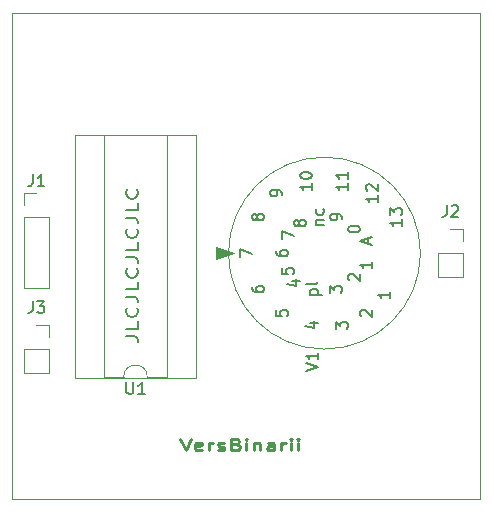
<source format=gbr>
%TF.GenerationSoftware,KiCad,Pcbnew,5.1.9*%
%TF.CreationDate,2021-03-09T01:37:29+01:00*%
%TF.ProjectId,nixie_stand,6e697869-655f-4737-9461-6e642e6b6963,rev?*%
%TF.SameCoordinates,Original*%
%TF.FileFunction,Legend,Top*%
%TF.FilePolarity,Positive*%
%FSLAX46Y46*%
G04 Gerber Fmt 4.6, Leading zero omitted, Abs format (unit mm)*
G04 Created by KiCad (PCBNEW 5.1.9) date 2021-03-09 01:37:29*
%MOMM*%
%LPD*%
G01*
G04 APERTURE LIST*
%ADD10C,0.150000*%
%ADD11C,0.250000*%
%ADD12C,0.120000*%
%ADD13C,0.100000*%
G04 APERTURE END LIST*
D10*
X80732380Y-67980761D02*
X81446666Y-67980761D01*
X81589523Y-68042666D01*
X81684761Y-68166476D01*
X81732380Y-68352190D01*
X81732380Y-68476000D01*
X81732380Y-66742666D02*
X81732380Y-67361714D01*
X80732380Y-67361714D01*
X81637142Y-65566476D02*
X81684761Y-65628380D01*
X81732380Y-65814095D01*
X81732380Y-65937904D01*
X81684761Y-66123619D01*
X81589523Y-66247428D01*
X81494285Y-66309333D01*
X81303809Y-66371238D01*
X81160952Y-66371238D01*
X80970476Y-66309333D01*
X80875238Y-66247428D01*
X80780000Y-66123619D01*
X80732380Y-65937904D01*
X80732380Y-65814095D01*
X80780000Y-65628380D01*
X80827619Y-65566476D01*
X80732380Y-64637904D02*
X81446666Y-64637904D01*
X81589523Y-64699809D01*
X81684761Y-64823619D01*
X81732380Y-65009333D01*
X81732380Y-65133142D01*
X81732380Y-63399809D02*
X81732380Y-64018857D01*
X80732380Y-64018857D01*
X81637142Y-62223619D02*
X81684761Y-62285523D01*
X81732380Y-62471238D01*
X81732380Y-62595047D01*
X81684761Y-62780761D01*
X81589523Y-62904571D01*
X81494285Y-62966476D01*
X81303809Y-63028380D01*
X81160952Y-63028380D01*
X80970476Y-62966476D01*
X80875238Y-62904571D01*
X80780000Y-62780761D01*
X80732380Y-62595047D01*
X80732380Y-62471238D01*
X80780000Y-62285523D01*
X80827619Y-62223619D01*
X80732380Y-61295047D02*
X81446666Y-61295047D01*
X81589523Y-61356952D01*
X81684761Y-61480761D01*
X81732380Y-61666476D01*
X81732380Y-61790285D01*
X81732380Y-60056952D02*
X81732380Y-60676000D01*
X80732380Y-60676000D01*
X81637142Y-58880761D02*
X81684761Y-58942666D01*
X81732380Y-59128380D01*
X81732380Y-59252190D01*
X81684761Y-59437904D01*
X81589523Y-59561714D01*
X81494285Y-59623619D01*
X81303809Y-59685523D01*
X81160952Y-59685523D01*
X80970476Y-59623619D01*
X80875238Y-59561714D01*
X80780000Y-59437904D01*
X80732380Y-59252190D01*
X80732380Y-59128380D01*
X80780000Y-58942666D01*
X80827619Y-58880761D01*
X80732380Y-57952190D02*
X81446666Y-57952190D01*
X81589523Y-58014095D01*
X81684761Y-58137904D01*
X81732380Y-58323619D01*
X81732380Y-58447428D01*
X81732380Y-56714095D02*
X81732380Y-57333142D01*
X80732380Y-57333142D01*
X81637142Y-55537904D02*
X81684761Y-55599809D01*
X81732380Y-55785523D01*
X81732380Y-55909333D01*
X81684761Y-56095047D01*
X81589523Y-56218857D01*
X81494285Y-56280761D01*
X81303809Y-56342666D01*
X81160952Y-56342666D01*
X80970476Y-56280761D01*
X80875238Y-56218857D01*
X80780000Y-56095047D01*
X80732380Y-55909333D01*
X80732380Y-55785523D01*
X80780000Y-55599809D01*
X80827619Y-55537904D01*
D11*
X85347809Y-76668380D02*
X85781142Y-77668380D01*
X86214476Y-76668380D01*
X87143047Y-77620761D02*
X87019238Y-77668380D01*
X86771619Y-77668380D01*
X86647809Y-77620761D01*
X86585904Y-77525523D01*
X86585904Y-77144571D01*
X86647809Y-77049333D01*
X86771619Y-77001714D01*
X87019238Y-77001714D01*
X87143047Y-77049333D01*
X87204952Y-77144571D01*
X87204952Y-77239809D01*
X86585904Y-77335047D01*
X87762095Y-77668380D02*
X87762095Y-77001714D01*
X87762095Y-77192190D02*
X87824000Y-77096952D01*
X87885904Y-77049333D01*
X88009714Y-77001714D01*
X88133523Y-77001714D01*
X88504952Y-77620761D02*
X88628761Y-77668380D01*
X88876380Y-77668380D01*
X89000190Y-77620761D01*
X89062095Y-77525523D01*
X89062095Y-77477904D01*
X89000190Y-77382666D01*
X88876380Y-77335047D01*
X88690666Y-77335047D01*
X88566857Y-77287428D01*
X88504952Y-77192190D01*
X88504952Y-77144571D01*
X88566857Y-77049333D01*
X88690666Y-77001714D01*
X88876380Y-77001714D01*
X89000190Y-77049333D01*
X90052571Y-77144571D02*
X90238285Y-77192190D01*
X90300190Y-77239809D01*
X90362095Y-77335047D01*
X90362095Y-77477904D01*
X90300190Y-77573142D01*
X90238285Y-77620761D01*
X90114476Y-77668380D01*
X89619238Y-77668380D01*
X89619238Y-76668380D01*
X90052571Y-76668380D01*
X90176380Y-76716000D01*
X90238285Y-76763619D01*
X90300190Y-76858857D01*
X90300190Y-76954095D01*
X90238285Y-77049333D01*
X90176380Y-77096952D01*
X90052571Y-77144571D01*
X89619238Y-77144571D01*
X90919238Y-77668380D02*
X90919238Y-77001714D01*
X90919238Y-76668380D02*
X90857333Y-76716000D01*
X90919238Y-76763619D01*
X90981142Y-76716000D01*
X90919238Y-76668380D01*
X90919238Y-76763619D01*
X91538285Y-77001714D02*
X91538285Y-77668380D01*
X91538285Y-77096952D02*
X91600190Y-77049333D01*
X91724000Y-77001714D01*
X91909714Y-77001714D01*
X92033523Y-77049333D01*
X92095428Y-77144571D01*
X92095428Y-77668380D01*
X93271619Y-77668380D02*
X93271619Y-77144571D01*
X93209714Y-77049333D01*
X93085904Y-77001714D01*
X92838285Y-77001714D01*
X92714476Y-77049333D01*
X93271619Y-77620761D02*
X93147809Y-77668380D01*
X92838285Y-77668380D01*
X92714476Y-77620761D01*
X92652571Y-77525523D01*
X92652571Y-77430285D01*
X92714476Y-77335047D01*
X92838285Y-77287428D01*
X93147809Y-77287428D01*
X93271619Y-77239809D01*
X93890666Y-77668380D02*
X93890666Y-77001714D01*
X93890666Y-77192190D02*
X93952571Y-77096952D01*
X94014476Y-77049333D01*
X94138285Y-77001714D01*
X94262095Y-77001714D01*
X94695428Y-77668380D02*
X94695428Y-77001714D01*
X94695428Y-76668380D02*
X94633523Y-76716000D01*
X94695428Y-76763619D01*
X94757333Y-76716000D01*
X94695428Y-76668380D01*
X94695428Y-76763619D01*
X95314476Y-77668380D02*
X95314476Y-77001714D01*
X95314476Y-76668380D02*
X95252571Y-76716000D01*
X95314476Y-76763619D01*
X95376380Y-76716000D01*
X95314476Y-76668380D01*
X95314476Y-76763619D01*
D12*
X71120000Y-81788000D02*
X71120000Y-40640000D01*
X110744000Y-81788000D02*
X71120000Y-81788000D01*
X110744000Y-40640000D02*
X110744000Y-81788000D01*
X71120000Y-40640000D02*
X110744000Y-40640000D01*
%TO.C,U1*%
X80534000Y-71434000D02*
G75*
G02*
X82534000Y-71434000I1000000J0D01*
G01*
X82534000Y-71434000D02*
X84184000Y-71434000D01*
X84184000Y-71434000D02*
X84184000Y-50994000D01*
X84184000Y-50994000D02*
X78884000Y-50994000D01*
X78884000Y-50994000D02*
X78884000Y-71434000D01*
X78884000Y-71434000D02*
X80534000Y-71434000D01*
X86674000Y-71494000D02*
X86674000Y-50934000D01*
X86674000Y-50934000D02*
X76394000Y-50934000D01*
X76394000Y-50934000D02*
X76394000Y-71494000D01*
X76394000Y-71494000D02*
X86674000Y-71494000D01*
%TO.C,J3*%
X72092000Y-69072000D02*
X74212000Y-69072000D01*
X72092000Y-69072000D02*
X72092000Y-71132000D01*
X72092000Y-71132000D02*
X74212000Y-71132000D01*
X74212000Y-69072000D02*
X74212000Y-71132000D01*
X74212000Y-67012000D02*
X74212000Y-68072000D01*
X73152000Y-67012000D02*
X74212000Y-67012000D01*
%TO.C,J2*%
X107144000Y-60944000D02*
X109264000Y-60944000D01*
X107144000Y-60944000D02*
X107144000Y-63004000D01*
X107144000Y-63004000D02*
X109264000Y-63004000D01*
X109264000Y-60944000D02*
X109264000Y-63004000D01*
X109264000Y-58884000D02*
X109264000Y-59944000D01*
X108204000Y-58884000D02*
X109264000Y-58884000D01*
%TO.C,V1*%
X105664000Y-60960000D02*
G75*
G03*
X105664000Y-60960000I-8128000J0D01*
G01*
D13*
G36*
X89916000Y-60960000D02*
G01*
X88392000Y-61468000D01*
X88392000Y-60452000D01*
X89916000Y-60960000D01*
G37*
X89916000Y-60960000D02*
X88392000Y-61468000D01*
X88392000Y-60452000D01*
X89916000Y-60960000D01*
D12*
%TO.C,J1*%
X72092000Y-63956000D02*
X74212000Y-63956000D01*
X72092000Y-57896000D02*
X72092000Y-63956000D01*
X74212000Y-57896000D02*
X74212000Y-63956000D01*
X72092000Y-57896000D02*
X74212000Y-57896000D01*
X72092000Y-56896000D02*
X72092000Y-55836000D01*
X72092000Y-55836000D02*
X73152000Y-55836000D01*
%TO.C,U1*%
D10*
X80772095Y-71886380D02*
X80772095Y-72695904D01*
X80819714Y-72791142D01*
X80867333Y-72838761D01*
X80962571Y-72886380D01*
X81153047Y-72886380D01*
X81248285Y-72838761D01*
X81295904Y-72791142D01*
X81343523Y-72695904D01*
X81343523Y-71886380D01*
X82343523Y-72886380D02*
X81772095Y-72886380D01*
X82057809Y-72886380D02*
X82057809Y-71886380D01*
X81962571Y-72029238D01*
X81867333Y-72124476D01*
X81772095Y-72172095D01*
%TO.C,J3*%
X72818666Y-65024380D02*
X72818666Y-65738666D01*
X72771047Y-65881523D01*
X72675809Y-65976761D01*
X72532952Y-66024380D01*
X72437714Y-66024380D01*
X73199619Y-65024380D02*
X73818666Y-65024380D01*
X73485333Y-65405333D01*
X73628190Y-65405333D01*
X73723428Y-65452952D01*
X73771047Y-65500571D01*
X73818666Y-65595809D01*
X73818666Y-65833904D01*
X73771047Y-65929142D01*
X73723428Y-65976761D01*
X73628190Y-66024380D01*
X73342476Y-66024380D01*
X73247238Y-65976761D01*
X73199619Y-65929142D01*
%TO.C,J2*%
X107870666Y-56896380D02*
X107870666Y-57610666D01*
X107823047Y-57753523D01*
X107727809Y-57848761D01*
X107584952Y-57896380D01*
X107489714Y-57896380D01*
X108299238Y-56991619D02*
X108346857Y-56944000D01*
X108442095Y-56896380D01*
X108680190Y-56896380D01*
X108775428Y-56944000D01*
X108823047Y-56991619D01*
X108870666Y-57086857D01*
X108870666Y-57182095D01*
X108823047Y-57324952D01*
X108251619Y-57896380D01*
X108870666Y-57896380D01*
%TO.C,V1*%
X95972380Y-70913523D02*
X96972380Y-70580190D01*
X95972380Y-70246857D01*
X96972380Y-69389714D02*
X96972380Y-69961142D01*
X96972380Y-69675428D02*
X95972380Y-69675428D01*
X96115238Y-69770666D01*
X96210476Y-69865904D01*
X96258095Y-69961142D01*
X101258666Y-60182095D02*
X101258666Y-59705904D01*
X101544380Y-60277333D02*
X100544380Y-59944000D01*
X101544380Y-59610666D01*
X99528380Y-58975619D02*
X99528380Y-58880380D01*
X99576000Y-58785142D01*
X99623619Y-58737523D01*
X99718857Y-58689904D01*
X99909333Y-58642285D01*
X100147428Y-58642285D01*
X100337904Y-58689904D01*
X100433142Y-58737523D01*
X100480761Y-58785142D01*
X100528380Y-58880380D01*
X100528380Y-58975619D01*
X100480761Y-59070857D01*
X100433142Y-59118476D01*
X100337904Y-59166095D01*
X100147428Y-59213714D01*
X99909333Y-59213714D01*
X99718857Y-59166095D01*
X99623619Y-59118476D01*
X99576000Y-59070857D01*
X99528380Y-58975619D01*
X99004380Y-58102476D02*
X99004380Y-57912000D01*
X98956761Y-57816761D01*
X98909142Y-57769142D01*
X98766285Y-57673904D01*
X98575809Y-57626285D01*
X98194857Y-57626285D01*
X98099619Y-57673904D01*
X98052000Y-57721523D01*
X98004380Y-57816761D01*
X98004380Y-58007238D01*
X98052000Y-58102476D01*
X98099619Y-58150095D01*
X98194857Y-58197714D01*
X98432952Y-58197714D01*
X98528190Y-58150095D01*
X98575809Y-58102476D01*
X98623428Y-58007238D01*
X98623428Y-57816761D01*
X98575809Y-57721523D01*
X98528190Y-57673904D01*
X98432952Y-57626285D01*
X96813714Y-58554857D02*
X97480380Y-58554857D01*
X96908952Y-58554857D02*
X96861333Y-58507238D01*
X96813714Y-58412000D01*
X96813714Y-58269142D01*
X96861333Y-58173904D01*
X96956571Y-58126285D01*
X97480380Y-58126285D01*
X97432761Y-57221523D02*
X97480380Y-57316761D01*
X97480380Y-57507238D01*
X97432761Y-57602476D01*
X97385142Y-57650095D01*
X97289904Y-57697714D01*
X97004190Y-57697714D01*
X96908952Y-57650095D01*
X96861333Y-57602476D01*
X96813714Y-57507238D01*
X96813714Y-57316761D01*
X96861333Y-57221523D01*
X95384952Y-58515238D02*
X95337333Y-58610476D01*
X95289714Y-58658095D01*
X95194476Y-58705714D01*
X95146857Y-58705714D01*
X95051619Y-58658095D01*
X95004000Y-58610476D01*
X94956380Y-58515238D01*
X94956380Y-58324761D01*
X95004000Y-58229523D01*
X95051619Y-58181904D01*
X95146857Y-58134285D01*
X95194476Y-58134285D01*
X95289714Y-58181904D01*
X95337333Y-58229523D01*
X95384952Y-58324761D01*
X95384952Y-58515238D01*
X95432571Y-58610476D01*
X95480190Y-58658095D01*
X95575428Y-58705714D01*
X95765904Y-58705714D01*
X95861142Y-58658095D01*
X95908761Y-58610476D01*
X95956380Y-58515238D01*
X95956380Y-58324761D01*
X95908761Y-58229523D01*
X95861142Y-58181904D01*
X95765904Y-58134285D01*
X95575428Y-58134285D01*
X95480190Y-58181904D01*
X95432571Y-58229523D01*
X95384952Y-58324761D01*
X93940380Y-59769333D02*
X93940380Y-59102666D01*
X94940380Y-59531238D01*
X93432380Y-60769523D02*
X93432380Y-60960000D01*
X93480000Y-61055238D01*
X93527619Y-61102857D01*
X93670476Y-61198095D01*
X93860952Y-61245714D01*
X94241904Y-61245714D01*
X94337142Y-61198095D01*
X94384761Y-61150476D01*
X94432380Y-61055238D01*
X94432380Y-60864761D01*
X94384761Y-60769523D01*
X94337142Y-60721904D01*
X94241904Y-60674285D01*
X94003809Y-60674285D01*
X93908571Y-60721904D01*
X93860952Y-60769523D01*
X93813333Y-60864761D01*
X93813333Y-61055238D01*
X93860952Y-61150476D01*
X93908571Y-61198095D01*
X94003809Y-61245714D01*
X93940380Y-62245904D02*
X93940380Y-62722095D01*
X94416571Y-62769714D01*
X94368952Y-62722095D01*
X94321333Y-62626857D01*
X94321333Y-62388761D01*
X94368952Y-62293523D01*
X94416571Y-62245904D01*
X94511809Y-62198285D01*
X94749904Y-62198285D01*
X94845142Y-62245904D01*
X94892761Y-62293523D01*
X94940380Y-62388761D01*
X94940380Y-62626857D01*
X94892761Y-62722095D01*
X94845142Y-62769714D01*
X94781714Y-63309523D02*
X95448380Y-63309523D01*
X94400761Y-63547619D02*
X95115047Y-63785714D01*
X95115047Y-63166666D01*
X96305714Y-64484190D02*
X97305714Y-64484190D01*
X96353333Y-64484190D02*
X96305714Y-64388952D01*
X96305714Y-64198476D01*
X96353333Y-64103238D01*
X96400952Y-64055619D01*
X96496190Y-64008000D01*
X96781904Y-64008000D01*
X96877142Y-64055619D01*
X96924761Y-64103238D01*
X96972380Y-64198476D01*
X96972380Y-64388952D01*
X96924761Y-64484190D01*
X96972380Y-63436571D02*
X96924761Y-63531809D01*
X96829523Y-63579428D01*
X95972380Y-63579428D01*
X98004380Y-64341333D02*
X98004380Y-63722285D01*
X98385333Y-64055619D01*
X98385333Y-63912761D01*
X98432952Y-63817523D01*
X98480571Y-63769904D01*
X98575809Y-63722285D01*
X98813904Y-63722285D01*
X98909142Y-63769904D01*
X98956761Y-63817523D01*
X99004380Y-63912761D01*
X99004380Y-64198476D01*
X98956761Y-64293714D01*
X98909142Y-64341333D01*
X99623619Y-63277714D02*
X99576000Y-63230095D01*
X99528380Y-63134857D01*
X99528380Y-62896761D01*
X99576000Y-62801523D01*
X99623619Y-62753904D01*
X99718857Y-62706285D01*
X99814095Y-62706285D01*
X99956952Y-62753904D01*
X100528380Y-63325333D01*
X100528380Y-62706285D01*
X101544380Y-61690285D02*
X101544380Y-62261714D01*
X101544380Y-61976000D02*
X100544380Y-61976000D01*
X100687238Y-62071238D01*
X100782476Y-62166476D01*
X100830095Y-62261714D01*
X104084380Y-58102476D02*
X104084380Y-58673904D01*
X104084380Y-58388190D02*
X103084380Y-58388190D01*
X103227238Y-58483428D01*
X103322476Y-58578666D01*
X103370095Y-58673904D01*
X103084380Y-57769142D02*
X103084380Y-57150095D01*
X103465333Y-57483428D01*
X103465333Y-57340571D01*
X103512952Y-57245333D01*
X103560571Y-57197714D01*
X103655809Y-57150095D01*
X103893904Y-57150095D01*
X103989142Y-57197714D01*
X104036761Y-57245333D01*
X104084380Y-57340571D01*
X104084380Y-57626285D01*
X104036761Y-57721523D01*
X103989142Y-57769142D01*
X102052380Y-56070476D02*
X102052380Y-56641904D01*
X102052380Y-56356190D02*
X101052380Y-56356190D01*
X101195238Y-56451428D01*
X101290476Y-56546666D01*
X101338095Y-56641904D01*
X101147619Y-55689523D02*
X101100000Y-55641904D01*
X101052380Y-55546666D01*
X101052380Y-55308571D01*
X101100000Y-55213333D01*
X101147619Y-55165714D01*
X101242857Y-55118095D01*
X101338095Y-55118095D01*
X101480952Y-55165714D01*
X102052380Y-55737142D01*
X102052380Y-55118095D01*
X99512380Y-55054476D02*
X99512380Y-55625904D01*
X99512380Y-55340190D02*
X98512380Y-55340190D01*
X98655238Y-55435428D01*
X98750476Y-55530666D01*
X98798095Y-55625904D01*
X99512380Y-54102095D02*
X99512380Y-54673523D01*
X99512380Y-54387809D02*
X98512380Y-54387809D01*
X98655238Y-54483047D01*
X98750476Y-54578285D01*
X98798095Y-54673523D01*
X96464380Y-55054476D02*
X96464380Y-55625904D01*
X96464380Y-55340190D02*
X95464380Y-55340190D01*
X95607238Y-55435428D01*
X95702476Y-55530666D01*
X95750095Y-55625904D01*
X95464380Y-54435428D02*
X95464380Y-54340190D01*
X95512000Y-54244952D01*
X95559619Y-54197333D01*
X95654857Y-54149714D01*
X95845333Y-54102095D01*
X96083428Y-54102095D01*
X96273904Y-54149714D01*
X96369142Y-54197333D01*
X96416761Y-54244952D01*
X96464380Y-54340190D01*
X96464380Y-54435428D01*
X96416761Y-54530666D01*
X96369142Y-54578285D01*
X96273904Y-54625904D01*
X96083428Y-54673523D01*
X95845333Y-54673523D01*
X95654857Y-54625904D01*
X95559619Y-54578285D01*
X95512000Y-54530666D01*
X95464380Y-54435428D01*
X93924380Y-56070476D02*
X93924380Y-55880000D01*
X93876761Y-55784761D01*
X93829142Y-55737142D01*
X93686285Y-55641904D01*
X93495809Y-55594285D01*
X93114857Y-55594285D01*
X93019619Y-55641904D01*
X92972000Y-55689523D01*
X92924380Y-55784761D01*
X92924380Y-55975238D01*
X92972000Y-56070476D01*
X93019619Y-56118095D01*
X93114857Y-56165714D01*
X93352952Y-56165714D01*
X93448190Y-56118095D01*
X93495809Y-56070476D01*
X93543428Y-55975238D01*
X93543428Y-55784761D01*
X93495809Y-55689523D01*
X93448190Y-55641904D01*
X93352952Y-55594285D01*
X91828952Y-58007238D02*
X91781333Y-58102476D01*
X91733714Y-58150095D01*
X91638476Y-58197714D01*
X91590857Y-58197714D01*
X91495619Y-58150095D01*
X91448000Y-58102476D01*
X91400380Y-58007238D01*
X91400380Y-57816761D01*
X91448000Y-57721523D01*
X91495619Y-57673904D01*
X91590857Y-57626285D01*
X91638476Y-57626285D01*
X91733714Y-57673904D01*
X91781333Y-57721523D01*
X91828952Y-57816761D01*
X91828952Y-58007238D01*
X91876571Y-58102476D01*
X91924190Y-58150095D01*
X92019428Y-58197714D01*
X92209904Y-58197714D01*
X92305142Y-58150095D01*
X92352761Y-58102476D01*
X92400380Y-58007238D01*
X92400380Y-57816761D01*
X92352761Y-57721523D01*
X92305142Y-57673904D01*
X92209904Y-57626285D01*
X92019428Y-57626285D01*
X91924190Y-57673904D01*
X91876571Y-57721523D01*
X91828952Y-57816761D01*
X90384380Y-61293333D02*
X90384380Y-60626666D01*
X91384380Y-61055238D01*
X91400380Y-63817523D02*
X91400380Y-64008000D01*
X91448000Y-64103238D01*
X91495619Y-64150857D01*
X91638476Y-64246095D01*
X91828952Y-64293714D01*
X92209904Y-64293714D01*
X92305142Y-64246095D01*
X92352761Y-64198476D01*
X92400380Y-64103238D01*
X92400380Y-63912761D01*
X92352761Y-63817523D01*
X92305142Y-63769904D01*
X92209904Y-63722285D01*
X91971809Y-63722285D01*
X91876571Y-63769904D01*
X91828952Y-63817523D01*
X91781333Y-63912761D01*
X91781333Y-64103238D01*
X91828952Y-64198476D01*
X91876571Y-64246095D01*
X91971809Y-64293714D01*
X93432380Y-65801904D02*
X93432380Y-66278095D01*
X93908571Y-66325714D01*
X93860952Y-66278095D01*
X93813333Y-66182857D01*
X93813333Y-65944761D01*
X93860952Y-65849523D01*
X93908571Y-65801904D01*
X94003809Y-65754285D01*
X94241904Y-65754285D01*
X94337142Y-65801904D01*
X94384761Y-65849523D01*
X94432380Y-65944761D01*
X94432380Y-66182857D01*
X94384761Y-66278095D01*
X94337142Y-66325714D01*
X96305714Y-66865523D02*
X96972380Y-66865523D01*
X95924761Y-67103619D02*
X96639047Y-67341714D01*
X96639047Y-66722666D01*
X98512380Y-67389333D02*
X98512380Y-66770285D01*
X98893333Y-67103619D01*
X98893333Y-66960761D01*
X98940952Y-66865523D01*
X98988571Y-66817904D01*
X99083809Y-66770285D01*
X99321904Y-66770285D01*
X99417142Y-66817904D01*
X99464761Y-66865523D01*
X99512380Y-66960761D01*
X99512380Y-67246476D01*
X99464761Y-67341714D01*
X99417142Y-67389333D01*
X100639619Y-66325714D02*
X100592000Y-66278095D01*
X100544380Y-66182857D01*
X100544380Y-65944761D01*
X100592000Y-65849523D01*
X100639619Y-65801904D01*
X100734857Y-65754285D01*
X100830095Y-65754285D01*
X100972952Y-65801904D01*
X101544380Y-66373333D01*
X101544380Y-65754285D01*
X103068380Y-64230285D02*
X103068380Y-64801714D01*
X103068380Y-64516000D02*
X102068380Y-64516000D01*
X102211238Y-64611238D01*
X102306476Y-64706476D01*
X102354095Y-64801714D01*
%TO.C,J1*%
X72818666Y-54288380D02*
X72818666Y-55002666D01*
X72771047Y-55145523D01*
X72675809Y-55240761D01*
X72532952Y-55288380D01*
X72437714Y-55288380D01*
X73818666Y-55288380D02*
X73247238Y-55288380D01*
X73532952Y-55288380D02*
X73532952Y-54288380D01*
X73437714Y-54431238D01*
X73342476Y-54526476D01*
X73247238Y-54574095D01*
%TD*%
M02*

</source>
